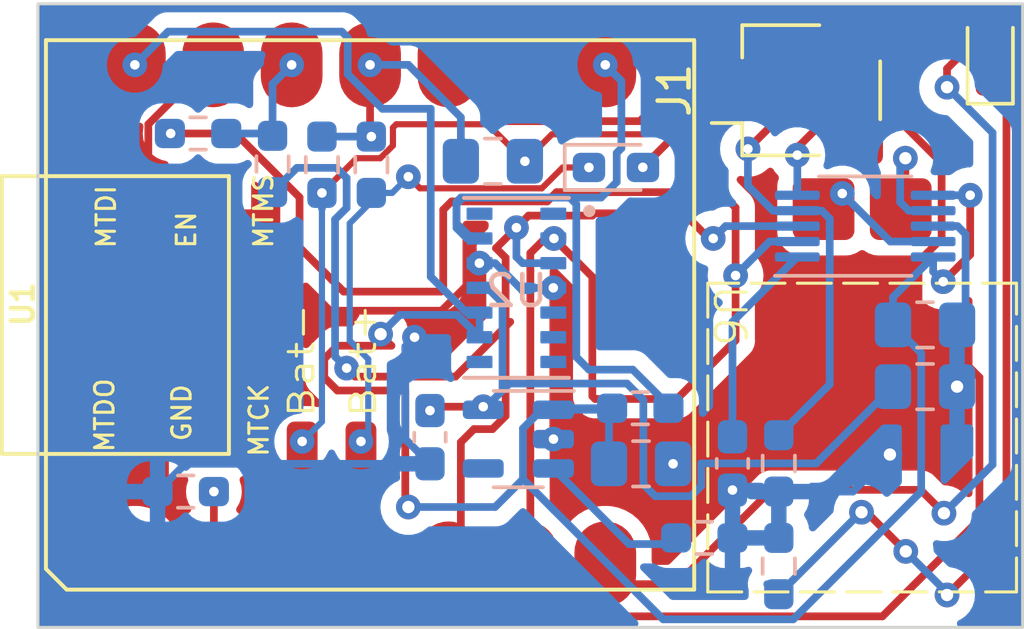
<source format=kicad_pcb>
(kicad_pcb (version 20221018) (generator pcbnew)
  (layers (0 "F.Cu" signal) (31 "B.Cu" signal) (34 "B.Paste" user) (35 "F.Paste" user) (36 "B.SilkS" user "B.Silkscreen") (37 "F.SilkS" user "F.Silkscreen") (38 "B.Mask" user) (39 "F.Mask" user) (44 "Edge.Cuts" user))
  (net 0 "")
  (net 1 "SCL")
  (net 2 "SDA")
  (net 4 "Bat_Ind")
  (net 6 "Bat-")
  (net 8 "HapticEN")
  (net 9 "+3V3")
  (net 10 "GND")
  (net 11 "VCC")
  (net 12 "Bat+")
  (net 13 "Net-(D2-A)")
  (net 14 "+1V8")
  (net 15 "Net-(U3-EN)")
  (net 16 "Net-(U5-REG)")
  (net 17 "Net-(U5-OUT+)")
  (net 18 "Net-(U5-OUT-)")
  (net 19 "Net-(D1-K)")
  (net 20 "INT MAX")
  (net 21 "FUN_LIGHT")
  (net 22 "DRV_IN{slash}TRIG")
  (footprint "xiao ESP32C3_PCB:xiap esp32c3_PCB_ ADDED BATTERY PADS" (layer "F.Cu") (at 102.5593 69.576 90)
    (fp_text reference "U1" (at 9.25 -21.75 90) (layer "F.SilkS") (effects (font (size 0.7 0.7))))
    (fp_text value "MOUDLE-SEEEDUINO-XIAO-ESP32C3" hide)
    (fp_text user "GND" (at 4.75 -16.25 90 unlocked) (layer "F.SilkS") (effects (font (size 0.6 0.6) (thickness 0.1)) (justify left bottom)))
    (fp_text user "MTDI" (at 11 -18.7 90 unlocked) (layer "F.SilkS") (effects (font (size 0.6 0.6) (thickness 0.1)) (justify left bottom)))
    (fp_text user "MTMS" (at 11 -13.6 90 unlocked) (layer "F.SilkS") (effects (font (size 0.6 0.6) (thickness 0.1)) (justify left bottom)))
    (fp_text user "MTCK" (at 4.25 -13.75 90 unlocked) (layer "F.SilkS") (effects (font (size 0.6 0.6) (thickness 0.1)) (justify left bottom)))
    (fp_text user "Bat-" (at 5.5 -12.25 90 unlocked) (layer "F.SilkS") (effects (font (size 0.8 1) (thickness 0.1)) (justify left bottom)))
    (fp_text user "MTDO" (at 4.396 -18.7485 90 unlocked) (layer "F.SilkS") (effects (font (size 0.6 0.6) (thickness 0.1)) (justify left bottom)))
    (fp_text user "Bat+" (at 5.5 -10.25 90 unlocked) (layer "F.SilkS") (effects (font (size 0.8 1) (thickness 0.1)) (justify left bottom)))
    (fp_text user "EN" (at 11 -16.1 90 unlocked) (layer "F.SilkS") (effects (font (size 0.6 0.6) (thickness 0.1)) (justify left bottom)))
    (pad "1" smd roundrect (at 0.835 -18.12 90) (size 2.75 2) (layers "F.Cu" "F.Paste" "F.Mask") (roundrect_rratio 0.5))
    (pad "2" smd roundrect (at 0.835 -15.58 90) (size 2.75 2) (layers "F.Cu" "F.Paste" "F.Mask") (roundrect_rratio 0.5) (net 8 "HapticEN"))
    (pad "3" smd roundrect (at 0.835 -13.04 90) (size 2.75 2) (layers "F.Cu" "F.Paste" "F.Mask") (roundrect_rratio 0.5))
    (pad "4" smd roundrect (at 0.835 -10.5 90) (size 2.75 2) (layers "F.Cu" "F.Paste" "F.Mask") (roundrect_rratio 0.5))
    (pad "5" smd roundrect (at 0.835 -7.96 90) (size 2.75 2) (layers "F.Cu" "F.Paste" "F.Mask") (roundrect_rratio 0.5) (net 2 "SDA"))
    (pad "6" smd roundrect (at 0.835 -5.42 90) (size 2.75 2) (layers "F.Cu" "F.Paste" "F.Mask") (roundrect_rratio 0.5) (net 1 "SCL"))
    (pad "7" smd roundrect (at 0.835 -2.88 90) (size 2.75 2) (layers "F.Cu" "F.Paste" "F.Mask") (roundrect_rratio 0.5) (net 21 "FUN_LIGHT"))
    (pad "8" smd roundrect (at 17 -2.88 90) (size 2.75 2) (layers "F.Cu" "F.Paste" "F.Mask") (roundrect_rratio 0.5) (net 20 "INT MAX"))
    (pad "9" smd roundrect (at 17 -5.42 90) (size 2.75 2) (layers "F.Cu" "F.Paste" "F.Mask") (roundrect_rratio 0.5))
    (pad "10" smd roundrect (at 17 -7.96 90) (size 2.75 2) (layers "F.Cu" "F.Paste" "F.Mask") (roundrect_rratio 0.5) (net 22 "DRV_IN{slash}TRIG"))
    (pad "11" smd roundrect (at 17 -10.5 90) (size 2.75 2) (layers "F.Cu" "F.Paste" "F.Mask") (roundrect_rratio 0.5) (net 4 "Bat_Ind"))
    (pad "12" smd roundrect (at 17 -13.04 90) (size 2.75 2) (layers "F.Cu" "F.Paste" "F.Mask") (roundrect_rratio 0.5) (net 9 "+3V3"))
    (pad "13" smd roundrect (at 17 -15.58 90) (size 2.75 2) (layers "F.Cu" "F.Paste" "F.Mask") (roundrect_rratio 0.5) (net 10 "GND"))
    (pad "14" smd roundrect (at 17 -18.12 90) (size 2.75 2) (layers "F.Cu" "F.Paste" "F.Mask") (roundrect_rratio 0.5) (net 11 "VCC"))
    (pad "16" smd roundrect (at 4.445 -10.795 90) (size 2 1) (layers "F.Cu" "F.Paste" "F.Mask") (net 12 "Bat+"))
    (pad "17" smd roundrect (at 4.445 -12.7 90) (size 2 1) (layers "F.Cu" "F.Paste" "F.Mask") (net 6 "Bat-"))
    (pad "18" smd circle (at 7.65 -13.97 90) (size 1.6 1.6) (layers "F.Cu" "F.Paste" "F.Mask"))
    (pad "19" smd circle (at 10.16 -13.97 90) (size 1.6 1.6) (layers "F.Cu" "F.Paste" "F.Mask"))
    (pad "20" smd circle (at 7.65 -16.51 90) (size 1.6 1.6) (layers "F.Cu" "F.Paste" "F.Mask"))
    (pad "21" smd circle (at 10.16 -16.51 90) (size 1.6 1.6) (layers "F.Cu" "F.Paste" "F.Mask"))
    (pad "22" smd circle (at 7.65 -19.05 90) (size 1.6 1.6) (layers "F.Cu" "F.Paste" "F.Mask"))
    (pad "23" smd circle (at 10.16 -19.05 90) (size 1.6 1.6) (layers "F.Cu" "F.Paste" "F.Mask"))
    (zone (net 0) (net_name "") (layer "F.Cu") (connect_pads (clearance 0)) (min_thickness 0.01)
      (keepout (tracks not_allowed) (vias not_allowed) (pads not_allowed) (copperpour not_allowed) (footprints allowed))
      (fill (thermal_gap 0.508) (thermal_bridge_width 0.508))
      (polygon (pts (xy 81.4773 57.257) (xy 81.4773 55.479) (xy 84.1443 55.479) (xy 84.1443 57.257)))
    )
    (zone (net 0) (net_name "") (layer "F.Cu") (connect_pads (clearance 0)) (min_thickness 0.01)
      (keepout (tracks not_allowed) (vias not_allowed) (pads not_allowed) (copperpour not_allowed) (footprints allowed))
      (fill (thermal_gap 0.508) (thermal_bridge_width 0.508))
      (polygon (pts (xy 81.4773 65.893) (xy 81.4773 64.115) (xy 84.1443 64.115) (xy 84.1443 65.893)))
    )
    (zone (net 0) (net_name "") (layer "F.Cu") (connect_pads (clearance 0)) (min_thickness 0.01)
      (keepout (tracks not_allowed) (vias not_allowed) (pads not_allowed) (copperpour not_allowed) (footprints allowed))
      (fill (thermal_gap 0.508) (thermal_bridge_width 0.508))
      (polygon (pts (xy 85.5413 57.257) (xy 85.5413 55.479) (xy 88.2083 55.479) (xy 88.2083 57.257)))
    )
    (zone (net 0) (net_name "") (layer "F.Cu") (connect_pads (clearance 0)) (min_thickness 0.01)
      (keepout (tracks not_allowed) (vias not_allowed) (pads not_allowed) (copperpour not_allowed) (footprints allowed))
      (fill (thermal_gap 0.508) (thermal_bridge_width 0.508))
      (polygon (pts (xy 85.5413 65.893) (xy 85.5413 64.115) (xy 88.2083 64.115) (xy 88.2083 65.893)))
    )
    (zone (net 0) (net_name "") (layer "F.Cu") (connect_pads (clearance 0)) (min_thickness 0.01)
      (keepout (tracks not_allowed) (vias not_allowed) (pads not_allowed) (copperpour not_allowed) (footprints allowed))
      (fill (thermal_gap 0.508) (thermal_bridge_width 0.508))
      (polygon (pts (xy 91.2563 59.797) (xy 91.2563 56.749) (xy 94.3043 56.749) (xy 94.3043 59.797)))
    )
    (zone (net 0) (net_name "") (layer "F.Cu") (connect_pads (clearance 0)) (min_thickness 0.01)
      (keepout (tracks not_allowed) (vias not_allowed) (pads not_allowed) (copperpour not_allowed) (footprints allowed))
      (fill (thermal_gap 0.508) (thermal_bridge_width 0.508))
      (polygon (pts (xy 99.3843 63.226) (xy 99.3843 57.511) (xy 101.9243 57.511) (xy 101.9243 63.226)))
    )
  )
  (footprint "Connector_JST:JST_SH_SM02B-SRSS-TB_1x02-1MP_P1.00mm_Horizontal" (layer "F.Cu") (at 105.9 53.4 90)
    (fp_text reference "J1" (at 0 -3.98 90) (layer "F.SilkS"))
    (fp_text value "Bat_Connector" hide)
    (pad "1" smd roundrect (at -0.5 -2 90) (size 0.6 1.55) (layers "F.Cu" "F.Paste" "F.Mask") (net 13 "Net-(D2-A)"))
    (pad "2" smd roundrect (at 0.5 -2 90) (size 0.6 1.55) (layers "F.Cu" "F.Paste" "F.Mask") (net 6 "Bat-"))
    (pad "MP" smd roundrect (at -1.8 1.875 90) (size 1.2 1.8) (layers "F.Cu" "F.Paste" "F.Mask") (roundrect_rratio 0.208333))
    (pad "MP" smd roundrect (at 1.8 1.875 90) (size 1.2 1.8) (layers "F.Cu" "F.Paste" "F.Mask") (roundrect_rratio 0.208333))
  )
  (footprint "LED_SMD:LED_0603_1608Metric_Pad1.05x0.95mm_HandSolder" (layer "F.Cu") (at 112.15 52.175 90)
    (fp_text reference "D1" hide)
    (fp_text value "RED" hide)
    (pad "1" smd roundrect (at -0.875 0 90) (size 1.05 0.95) (layers "F.Cu" "F.Paste" "F.Mask") (net 19 "Net-(D1-K)"))
    (pad "2" smd roundrect (at 0.875 0 90) (size 1.05 0.95) (layers "F.Cu" "F.Paste" "F.Mask") (net 21 "FUN_LIGHT"))
  )
  (footprint "BonsaiFootPrintLib:VLV101040A" (layer "F.Cu") (at 103 59.65 -90)
    (fp_text reference "U6" (at 1.05 -0.7 -90 unlocked) (layer "F.SilkS") (effects (font (thickness 0.1))))
    (fp_text value "~" hide)
    (pad "1" smd roundrect (at -2.4 -6.25 270) (size 2 2) (layers "F.Cu" "F.Paste" "F.Mask") (roundrect_rratio 0.15) (net 17 "Net-(U5-OUT+)"))
    (pad "2" smd roundrect (at -2.4 -3.75 270) (size 2 2) (layers "F.Cu" "F.Paste" "F.Mask") (roundrect_rratio 0.15) (net 18 "Net-(U5-OUT-)"))
  )
  (footprint "Capacitor_SMD:C_0603_1608Metric_Pad1.08x0.95mm_HandSolder" (layer "B.Cu") (at 94 64.6375 -90)
    (fp_text reference "C1" hide)
    (fp_text value "0.1uF" hide)
    (pad "1" smd roundrect (at -0.8625 0 270) (size 1.075 0.95) (layers "B.Cu" "B.Paste" "B.Mask") (net 14 "+1V8"))
    (pad "2" smd roundrect (at 0.8625 0 270) (size 1.075 0.95) (layers "B.Cu" "B.Paste" "B.Mask") (net 10 "GND"))
  )
  (footprint "Capacitor_SMD:C_0805_2012Metric_Pad1.18x1.45mm_HandSolder" (layer "B.Cu") (at 100.8375 65.5)
    (fp_text reference "C2" hide)
    (fp_text value "1uF" hide)
    (pad "1" smd roundrect (at -1.0375 0) (size 1.175 1.45) (layers "B.Cu" "B.Paste" "B.Mask") (roundrect_rratio 0.212766) (net 11 "VCC"))
    (pad "2" smd roundrect (at 1.0375 0) (size 1.175 1.45) (layers "B.Cu" "B.Paste" "B.Mask") (roundrect_rratio 0.212766) (net 10 "GND"))
  )
  (footprint "Package_SO:VSSOP-10_3x3mm_P0.5mm" (layer "B.Cu") (at 108.1 57.8)
    (fp_text reference "U5" hide)
    (fp_text value "DRV2605LDGS" hide)
    (pad "1" smd roundrect (at -2.2 1) (size 1.45 0.3) (layers "B.Cu" "B.Paste" "B.Mask") (net 16 "Net-(U5-REG)"))
    (pad "2" smd roundrect (at -2.2 0.5) (size 1.45 0.3) (layers "B.Cu" "B.Paste" "B.Mask") (net 1 "SCL"))
    (pad "3" smd roundrect (at -2.2 0) (size 1.45 0.3) (layers "B.Cu" "B.Paste" "B.Mask") (net 2 "SDA"))
    (pad "4" smd roundrect (at -2.2 -0.5) (size 1.45 0.3) (layers "B.Cu" "B.Paste" "B.Mask") (net 22 "DRV_IN{slash}TRIG"))
    (pad "5" smd roundrect (at -2.2 -1) (size 1.45 0.3) (layers "B.Cu" "B.Paste" "B.Mask") (net 8 "HapticEN"))
    (pad "6" smd roundrect (at 2.2 -1) (size 1.45 0.3) (layers "B.Cu" "B.Paste" "B.Mask") (net 11 "VCC"))
    (pad "7" smd roundrect (at 2.2 -0.5) (size 1.45 0.3) (layers "B.Cu" "B.Paste" "B.Mask") (net 17 "Net-(U5-OUT+)"))
    (pad "8" smd roundrect (at 2.2 0) (size 1.45 0.3) (layers "B.Cu" "B.Paste" "B.Mask") (net 10 "GND"))
    (pad "9" smd roundrect (at 2.2 0.5) (size 1.45 0.3) (layers "B.Cu" "B.Paste" "B.Mask") (net 18 "Net-(U5-OUT-)"))
    (pad "10" smd roundrect (at 2.2 1) (size 1.45 0.3) (layers "B.Cu" "B.Paste" "B.Mask") (net 11 "VCC"))
  )
  (footprint "Diode_SMD:D_0603_1608Metric_Pad1.05x0.95mm_HandSolder" (layer "B.Cu") (at 100.025 55.9)
    (fp_text reference "D2" hide)
    (fp_text value "D_Small_Filled" hide)
    (pad "1" smd roundrect (at -0.875 0) (size 1.05 0.95) (layers "B.Cu" "B.Paste" "B.Mask") (net 12 "Bat+"))
    (pad "2" smd roundrect (at 0.875 0) (size 1.05 0.95) (layers "B.Cu" "B.Paste" "B.Mask") (net 13 "Net-(D2-A)"))
  )
  (footprint "Resistor_SMD:R_0603_1608Metric_Pad0.98x0.95mm_HandSolder" (layer "B.Cu") (at 100.8125 63.7 180)
    (fp_text reference "R4" hide)
    (fp_text value "4.7k" hide)
    (pad "1" smd roundrect (at -0.9125 0 180) (size 0.975 0.95) (layers "B.Cu" "B.Paste" "B.Mask") (net 20 "INT MAX"))
    (pad "2" smd roundrect (at 0.9125 0 180) (size 0.975 0.95) (layers "B.Cu" "B.Paste" "B.Mask") (net 11 "VCC"))
  )
  (footprint "Resistor_SMD:R_0603_1608Metric_Pad0.98x0.95mm_HandSolder" (layer "B.Cu") (at 90.5 55.8125 90)
    (fp_text reference "R9" hide)
    (fp_text value "10M" hide)
    (pad "1" smd roundrect (at -0.9125 0 90) (size 0.975 0.95) (layers "B.Cu" "B.Paste" "B.Mask") (net 6 "Bat-"))
    (pad "2" smd roundrect (at 0.9125 0 90) (size 0.975 0.95) (layers "B.Cu" "B.Paste" "B.Mask") (net 4 "Bat_Ind"))
  )
  (footprint "Resistor_SMD:R_0603_1608Metric_Pad0.98x0.95mm_HandSolder" (layer "B.Cu") (at 86.0875 66.4 180)
    (fp_text reference "R8" hide)
    (fp_text value "4.7k" hide)
    (pad "1" smd roundrect (at -0.9125 0 180) (size 0.975 0.95) (layers "B.Cu" "B.Paste" "B.Mask") (net 8 "HapticEN"))
    (pad "2" smd roundrect (at 0.9125 0 180) (size 0.975 0.95) (layers "B.Cu" "B.Paste" "B.Mask") (net 10 "GND"))
  )
  (footprint "Resistor_SMD:R_0603_1608Metric_Pad0.98x0.95mm_HandSolder" (layer "B.Cu") (at 105.3 65.4875 -90)
    (fp_text reference "R5" hide)
    (fp_text value "4.7k" hide)
    (pad "1" smd roundrect (at -0.9125 0 270) (size 0.975 0.95) (layers "B.Cu" "B.Paste" "B.Mask") (net 22 "DRV_IN{slash}TRIG"))
    (pad "2" smd roundrect (at 0.9125 0 270) (size 0.975 0.95) (layers "B.Cu" "B.Paste" "B.Mask") (net 10 "GND"))
  )
  (footprint "Capacitor_SMD:C_0805_2012Metric_Pad1.18x1.45mm_HandSolder" (layer "B.Cu") (at 110.0375 61)
    (fp_text reference "C5" hide)
    (fp_text value "50uF" hide)
    (pad "1" smd roundrect (at -1.0375 0) (size 1.175 1.45) (layers "B.Cu" "B.Paste" "B.Mask") (roundrect_rratio 0.2127659574) (net 11 "VCC"))
    (pad "2" smd roundrect (at 1.0375 0) (size 1.175 1.45) (layers "B.Cu" "B.Paste" "B.Mask") (roundrect_rratio 0.2127659574) (net 10 "GND"))
  )
  (footprint "Resistor_SMD:R_0603_1608Metric_Pad0.98x0.95mm_HandSolder" (layer "B.Cu") (at 88.9 55.7875 90)
    (fp_text reference "R2" hide)
    (fp_text value "2.2k" hide)
    (pad "1" smd roundrect (at -0.9125 0 90) (size 0.975 0.95) (layers "B.Cu" "B.Paste" "B.Mask") (net 2 "SDA"))
    (pad "2" smd roundrect (at 0.9125 0 90) (size 0.975 0.95) (layers "B.Cu" "B.Paste" "B.Mask") (net 9 "+3V3"))
  )
  (footprint "Resistor_SMD:R_0603_1608Metric_Pad0.98x0.95mm_HandSolder" (layer "B.Cu") (at 86.4875 54.8)
    (fp_text reference "R3" hide)
    (fp_text value "2.2k" hide)
    (pad "1" smd roundrect (at -0.9125 0) (size 0.975 0.95) (layers "B.Cu" "B.Paste" "B.Mask") (net 1 "SCL"))
    (pad "2" smd roundrect (at 0.9125 0) (size 0.975 0.95) (layers "B.Cu" "B.Paste" "B.Mask") (net 9 "+3V3"))
  )
  (footprint "Capacitor_SMD:C_0603_1608Metric_Pad1.08x0.95mm_HandSolder" (layer "B.Cu") (at 103.8 65.4875 -90)
    (fp_text reference "C3" hide)
    (fp_text value "1.0uF" hide)
    (pad "1" smd roundrect (at -0.8625 0 270) (size 1.075 0.95) (layers "B.Cu" "B.Paste" "B.Mask") (net 16 "Net-(U5-REG)"))
    (pad "2" smd roundrect (at 0.8625 0 270) (size 1.075 0.95) (layers "B.Cu" "B.Paste" "B.Mask") (net 10 "GND"))
  )
  (footprint "Capacitor_SMD:C_0805_2012Metric_Pad1.18x1.45mm_HandSolder" (layer "B.Cu") (at 96.0375 55.7)
    (fp_text reference "C6" hide)
    (fp_text value "8nF")
    (pad "1" smd roundrect (at -1.0375 0) (size 1.175 1.45) (layers "B.Cu" "B.Paste" "B.Mask") (roundrect_rratio 0.212766) (net 4 "Bat_Ind"))
    (pad "2" smd roundrect (at 1.0375 0) (size 1.175 1.45) (layers "B.Cu" "B.Paste" "B.Mask") (roundrect_rratio 0.212766) (net 6 "Bat-"))
  )
  (footprint "Resistor_SMD:R_0603_1608Metric_Pad0.98x0.95mm_HandSolder" (layer "B.Cu") (at 105.3 68.8125 90)
    (fp_text reference "R7" hide)
    (fp_text value "4.7k" hide)
    (pad "1" smd roundrect (at -0.9125 0 90) (size 0.975 0.95) (layers "B.Cu" "B.Paste" "B.Mask") (net 19 "Net-(D1-K)"))
    (pad "2" smd roundrect (at 0.9125 0 90) (size 0.975 0.95) (layers "B.Cu" "B.Paste" "B.Mask") (net 10 "GND"))
  )
  (footprint "Package_TO_SOT_SMD:SOT-23-5" (layer "B.Cu") (at 96.8625 64.7 180)
    (fp_text reference "U3" hide)
    (fp_text value "1.8V" hide)
    (pad "1" smd roundrect (at -1.1375 0.95 180) (size 1.325 0.6) (layers "B.Cu" "B.Paste" "B.Mask") (net 11 "VCC"))
    (pad "2" smd roundrect (at -1.1375 0 180) (size 1.325 0.6) (layers "B.Cu" "B.Paste" "B.Mask") (net 10 "GND"))
    (pad "3" smd roundrect (at -1.1375 -0.95 180) (size 1.325 0.6) (layers "B.Cu" "B.Paste" "B.Mask") (net 15 "Net-(U3-EN)"))
    (pad "4" smd roundrect (at 1.1375 -0.95 180) (size 1.325 0.6) (layers "B.Cu" "B.Paste" "B.Mask"))
    (pad "5" smd roundrect (at 1.1375 0.95 180) (size 1.325 0.6) (layers "B.Cu" "B.Paste" "B.Mask") (net 14 "+1V8"))
  )
  (footprint "MAX30101EFD:PSON80P560X330X165-14N" (layer "B.Cu") (at 96.8 59.8 180)
    (fp_text reference "U2" (at 0 -0.1) (layer "B.SilkS") (effects (justify mirror)))
    (fp_text value "MAX30101EFD" hide)
    (pad "1" smd roundrect (at -1.195 2.4 180) (size 0.84 0.4) (layers "B.Cu" "B.Paste" "B.Mask") (roundrect_rratio 0.1))
    (pad "2" smd roundrect (at -1.195 1.6 180) (size 0.84 0.4) (layers "B.Cu" "B.Paste" "B.Mask") (roundrect_rratio 0.1) (net 1 "SCL"))
    (pad "3" smd roundrect (at -1.195 0.8 180) (size 0.84 0.4) (layers "B.Cu" "B.Paste" "B.Mask") (roundrect_rratio 0.1) (net 2 "SDA"))
    (pad "4" smd roundrect (at -1.195 0 180) (size 0.84 0.4) (layers "B.Cu" "B.Paste" "B.Mask") (roundrect_rratio 0.1) (net 10 "GND"))
    (pad "5" smd roundrect (at -1.195 -0.8 180) (size 0.84 0.4) (layers "B.Cu" "B.Paste" "B.Mask") (roundrect_rratio 0.1))
    (pad "6" smd roundrect (at -1.195 -1.6 180) (size 0.84 0.4) (layers "B.Cu" "B.Paste" "B.Mask") (roundrect_rratio 0.1))
    (pad "7" smd roundrect (at -1.195 -2.4 180) (size 0.84 0.4) (layers "B.Cu" "B.Paste" "B.Mask") (roundrect_rratio 0.1))
    (pad "8" smd roundrect (at 1.195 -2.4) (size 0.84 0.4) (layers "B.Cu" "B.Paste" "B.Mask") (roundrect_rratio 0.1))
    (pad "9" smd roundrect (at 1.195 -1.6) (size 0.84 0.4) (layers "B.Cu" "B.Paste" "B.Mask") (roundrect_rratio 0.1) (net 11 "VCC"))
    (pad "10" smd roundrect (at 1.195 -0.8) (size 0.84 0.4) (layers "B.Cu" "B.Paste" "B.Mask") (roundrect_rratio 0.1) (net 11 "VCC"))
    (pad "11" smd roundrect (at 1.195 0) (size 0.84 0.4) (layers "B.Cu" "B.Paste" "B.Mask") (roundrect_rratio 0.1) (net 14 "+1V8"))
    (pad "12" smd roundrect (at 1.195 0.8) (size 0.84 0.4) (layers "B.Cu" "B.Paste" "B.Mask") (roundrect_rratio 0.1) (net 10 "GND"))
    (pad "13" smd roundrect (at 1.195 1.6) (size 0.84 0.4) (layers "B.Cu" "B.Paste" "B.Mask") (roundrect_rratio 0.1) (net 20 "INT MAX"))
    (pad "14" smd roundrect (at 1.195 2.4) (size 0.84 0.4) (layers "B.Cu" "B.Paste" "B.Mask") (roundrect_rratio 0.1))
  )
  (footprint "Resistor_SMD:R_0603_1608Metric_Pad0.98x0.95mm_HandSolder" (layer "B.Cu") (at 102.8875 67.9)
    (fp_text reference "R1" hide)
    (fp_text value "4.7k" hide)
    (pad "1" smd roundrect (at -0.9125 0) (size 0.975 0.95) (layers "B.Cu" "B.Paste" "B.Mask") (net 15 "Net-(U3-EN)"))
    (pad "2" smd roundrect (at 0.9125 0) (size 0.975 0.95) (layers "B.Cu" "B.Paste" "B.Mask") (net 10 "GND"))
  )
  (footprint "Resistor_SMD:R_0603_1608Metric_Pad0.98x0.95mm_HandSolder" (layer "B.Cu") (at 92.1 55.8125 -90)
    (fp_text reference "R6" hide)
    (fp_text value "4M" hide)
    (pad "1" smd roundrect (at -0.9125 0 270) (size 0.975 0.95) (layers "B.Cu" "B.Paste" "B.Mask") (net 4 "Bat_Ind"))
    (pad "2" smd roundrect (at 0.9125 0 270) (size 0.975 0.95) (layers "B.Cu" "B.Paste" "B.Mask") (net 12 "Bat+"))
  )
  (footprint "Capacitor_SMD:C_0805_2012Metric_Pad1.18x1.45mm_HandSolder" (layer "B.Cu") (at 110.0375 63)
    (fp_text reference "C4" hide)
    (fp_text value "1uF")
    (pad "1" smd roundrect (at -1.0375 0) (size 1.175 1.45) (layers "B.Cu" "B.Paste" "B.Mask") (roundrect_rratio 0.212766) (net 14 "+1V8"))
    (pad "2" smd roundrect (at 1.0375 0) (size 1.175 1.45) (layers "B.Cu" "B.Paste" "B.Mask") (roundrect_rratio 0.212766) (net 10 "GND"))
  )
  (gr_rect (start 81.3 50.6) (end 113.2 70.8) (stroke (width 0.1)) (fill none) (layer "Edge.Cuts"))
  (segment (start 97.2513 68.6289) (end 97.1393 68.7409) (width 0.25) (layer "F.Cu") (net 1))
  (segment (start 97.1393 68.7409) (end 97.1392 68.741) (width 0.25) (layer "F.Cu") (net 1))
  (segment (start 103.4 56.7) (end 98.1 56.7) (width 0.25) (layer "F.Cu") (net 1))
  (segment (start 97.25 59.2392) (end 97.2513 59.2405) (width 0.25) (layer "F.Cu") (net 1))
  (segment (start 97.2513 59.2405) (end 97.2513 68.6289) (width 0.25) (layer "F.Cu") (net 1))
  (segment (start 99.35 63.4) (end 102 63.4) (width 0.25) (layer "F.Cu") (net 1))
  (segment (start 99.2592 63.3092) (end 99.35 63.4) (width 0.25) (layer "F.Cu") (net 1))
  (segment (start 98.0155 58.2005) (end 99.2592 59.4442) (width 0.25) (layer "F.Cu") (net 1))
  (segment (start 94.356 59.922) (end 91.2045 59.922) (width 0.25) (layer "F.Cu") (net 1))
  (segment (start 94.4292 57.2708) (end 94.4292 59.8488) (width 0.25) (layer "F.Cu") (net 1))
  (segment (start 98.0155 58.2005) (end 97.7258 58.2005) (width 0.25) (layer "F.Cu") (net 1))
  (segment (start 97.25 58.6763) (end 97.25 59.2392) (width 0.25) (layer "F.Cu") (net 1))
  (segment (start 97.1393 68.7409) (end 97.1393 68.741) (width 0.25) (layer "F.Cu") (net 1))
  (segment (start 94.7 57) (end 94.4292 57.2708) (width 0.25) (layer "F.Cu") (net 1))
  (segment (start 97.8 57) (end 94.7 57) (width 0.25) (layer "F.Cu") (net 1))
  (segment (start 103.9 61.5) (end 103.9 59.4) (width 0.25) (layer "F.Cu") (net 1))
  (segment (start 87.706 54.8) (end 85.6 54.8) (width 0.25) (layer "F.Cu") (net 1))
  (segment (start 103.9 59.4) (end 103.9 57.2005) (width 0.25) (layer "F.Cu") (net 1))
  (segment (start 94.4292 59.8488) (end 94.356 59.922) (width 0.25) (layer "F.Cu") (net 1))
  (segment (start 89.775 56.869) (end 87.706 54.8) (width 0.25) (layer "F.Cu") (net 1))
  (segment (start 99.2592 59.4442) (end 99.2592 63.3092) (width 0.25) (layer "F.Cu") (net 1))
  (segment (start 103.9 57.2005) (end 103.4 56.7) (width 0.25) (layer "F.Cu") (net 1))
  (segment (start 102 63.4) (end 103.9 61.5) (width 0.25) (layer "F.Cu") (net 1))
  (segment (start 98.1 56.7) (end 97.8 57) (width 0.25) (layer "F.Cu") (net 1))
  (segment (start 97.7258 58.2005) (end 97.25 58.6763) (width 0.25) (layer "F.Cu") (net 1))
  (segment (start 91.2045 59.922) (end 89.775 58.4925) (width 0.25) (layer "F.Cu") (net 1))
  (segment (start 89.775 58.4925) (end 89.775 56.869) (width 0.25) (layer "F.Cu") (net 1))
  (via (at 85.6 54.8) (size 0.8) (drill 0.31) (layers "F.Cu" "B.Cu") (net 1))
  (via (at 103.9 59.4) (size 0.8) (drill 0.31) (layers "F.Cu" "B.Cu") (net 1))
  (via (at 98.0155 58.2005) (size 0.8) (drill 0.31) (layers "F.Cu" "B.Cu") (net 1))
  (segment (start 105 58.3) (end 105.9 58.3) (width 0.25) (layer "B.Cu") (net 1))
  (segment (start 103.9 59.4) (end 105 58.3) (width 0.25) (layer "B.Cu") (net 1))
  (segment (start 85.575 54.8) (end 85.6 54.8) (width 0.25) (layer "B.Cu") (net 1))
  (segment (start 98.0155 58.2005) (end 97.9955 58.2005) (width 0.25) (layer "B.Cu") (net 1))
  (segment (start 97.9955 58.2005) (end 97.995 58.2) (width 0.25) (layer "B.Cu") (net 1))
  (segment (start 99.3325 57.386) (end 102.224 57.386) (width 0.25) (layer "F.Cu") (net 2))
  (segment (start 99.2592 57.4592) (end 99.3325 57.386) (width 0.25) (layer "F.Cu") (net 2))
  (segment (start 96.8 57.852) (end 96.1387 58.5133) (width 0.25) (layer "F.Cu") (net 2))
  (segment (start 102.224 57.386) (end 103.038 58.2) (width 0.25) (layer "F.Cu") (net 2))
  (segment (start 95 68.3402) (end 94.5993 68.7409) (width 0.25) (layer "F.Cu") (net 2))
  (segment (start 96.45 61.05) (end 96.45 63.9508) (width 0.25) (layer "F.Cu") (net 2))
  (segment (start 94.8242 62.6758) (end 96.45 61.05) (width 0.25) (layer "F.Cu") (net 2))
  (segment (start 91.3 62.4) (end 91.5758 62.6758) (width 0.25) (layer "F.Cu") (net 2))
  (segment (start 96.0253 64.3755) (end 95.4247 64.3755) (width 0.25) (layer "F.Cu") (net 2))
  (segment (start 96.45 63.9508) (end 96.0253 64.3755) (width 0.25) (layer "F.Cu") (net 2))
  (segment (start 91.5758 62.6758) (end 94.8242 62.6758) (width 0.25) (layer "F.Cu") (net 2))
  (segment (start 97.1928 57.4592) (end 99.2592 57.4592) (width 0.25) (layer "F.Cu") (net 2))
  (segment (start 94.5993 68.7409) (end 94.5993 68.741) (width 0.25) (layer "F.Cu") (net 2))
  (segment (start 96.8 57.852) (end 97.1928 57.4592) (width 0.25) (layer "F.Cu") (net 2))
  (segment (start 94.5993 68.7409) (end 94.5992 68.741) (width 0.25) (layer "F.Cu") (net 2))
  (segment (start 96.45 61.05) (end 96.6 60.9) (width 0.25) (layer "F.Cu") (net 2))
  (segment (start 95.4247 64.3755) (end 95 64.8002) (width 0.25) (layer "F.Cu") (net 2))
  (segment (start 96.45 58.8247) (end 96.45 61.05) (width 0.25) (layer "F.Cu") (net 2))
  (segment (start 95 64.8002) (end 95 68.3402) (width 0.25) (layer "F.Cu") (net 2))
  (segment (start 103.038 58.2) (end 103.176 58.2) (width 0.25) (layer "F.Cu") (net 2))
  (segment (start 96.1387 58.5133) (end 96.45 58.8247) (width 0.25) (layer "F.Cu") (net 2))
  (via (at 91.3 62.4) (size 0.8) (drill 0.31) (layers "F.Cu" "B.Cu") (net 2))
  (via (at 103.176 58.2) (size 0.8) (drill 0.31) (layers "F.Cu" "B.Cu") (net 2))
  (via (at 96.8 57.852) (size 0.8) (drill 0.31) (layers "F.Cu" "B.Cu") (net 2))
  (segment (start 91.3 57.208) (end 91.3 56.242) (width 0.25) (layer "B.Cu") (net 2))
  (segment (start 97 59) (end 97.995 59) (width 0.25) (layer "B.Cu") (net 2))
  (segment (start 91.3 62.4) (end 90.925 62.025) (width 0.25) (layer "B.Cu") (net 2))
  (segment (start 90.925 62.025) (end 90.925 57.583) (width 0.25) (layer "B.Cu") (net 2))
  (segment (start 97.995 59) (end 98.1255 59) (width 0.25) (layer "B.Cu") (net 2))
  (segment (start 96.8 58.8) (end 97 59) (width 0.25) (layer "B.Cu") (net 2))
  (segment (start 96.8 57.852) (end 96.8 58.8) (width 0.25) (layer "B.Cu") (net 2))
  (segment (start 90.925 57.583) (end 91.3 57.208) (width 0.25) (layer "B.Cu") (net 2))
  (segment (start 90.9705 55.9125) (end 89.6875 55.9125) (width 0.25) (layer "B.Cu") (net 2))
  (segment (start 91.3 56.242) (end 90.9705 55.9125) (width 0.25) (layer "B.Cu") (net 2))
  (segment (start 98.1255 59) (end 98.2 58.9255) (width 0.25) (layer "B.Cu") (net 2))
  (segment (start 103.176 58.2) (end 103.576 57.8) (width 0.25) (layer "B.Cu") (net 2))
  (segment (start 103.576 57.8) (end 105.9 57.8) (width 0.25) (layer "B.Cu") (net 2))
  (segment (start 89.6875 55.9125) (end 88.9 56.7) (width 0.25) (layer "B.Cu") (net 2))
  (segment (start 92.0592 52.576) (end 92.0593 52.576) (width 0.25) (layer "F.Cu") (net 4))
  (segment (start 92.1 54.9) (end 92.0592 54.8592) (width 0.25) (layer "F.Cu") (net 4))
  (segment (start 92.0592 54.8592) (end 92.0592 52.576) (width 0.25) (layer "F.Cu") (net 4))
  (via (at 92.0592 52.576) (size 0.8) (drill 0.31) (layers "F.Cu" "B.Cu") (net 4))
  (via (at 92.1 54.9) (size 0.8) (drill 0.31) (layers "F.Cu" "B.Cu") (net 4))
  (segment (start 95 55.4) (end 95 55.7) (width 0.25) (layer "B.Cu") (net 4))
  (segment (start 93.301 52.576) (end 92.0592 52.576) (width 0.25) (layer "B.Cu") (net 4))
  (segment (start 95.2 55.2) (end 95 55) (width 0.25) (layer "B.Cu") (net 4))
  (segment (start 95 55) (end 95 54.275) (width 0.25) (layer "B.Cu") (net 4))
  (segment (start 95 54.275) (end 93.301 52.576) (width 0.25) (layer "B.Cu") (net 4))
  (segment (start 92.1 54.9) (end 90.5 54.9) (width 0.25) (layer "B.Cu") (net 4))
  (segment (start 95.225 55.2) (end 95.2 55.2) (width 0.2) (layer "B.Cu") (net 4))
  (segment (start 95.2 55.2) (end 95 55.4) (width 0.25) (layer "B.Cu") (net 4))
  (segment (start 97.075 55.7) (end 95.875 54.5) (width 0.2) (layer "F.Cu") (net 6))
  (segment (start 89.8592 64.9532) (end 89.8592 65.131) (width 0.2) (layer "F.Cu") (net 6))
  (segment (start 95.875 54.5) (end 92.9101 54.5) (width 0.2) (layer "F.Cu") (net 6))
  (segment (start 89.8592 64.9532) (end 89.8593 64.9533) (width 0.25) (layer "F.Cu") (net 6))
  (segment (start 102.9 52.9) (end 103.9 52.9) (width 0.2) (layer "F.Cu") (net 6))
  (segment (start 97.95 54.825) (end 100.975 54.825) (width 0.2) (layer "F.Cu") (net 6))
  (segment (start 92.3899 55.6) (end 91.625 55.6) (width 0.2) (layer "F.Cu") (net 6))
  (segment (start 97.075 55.7) (end 97.95 54.825) (width 0.2) (layer "F.Cu") (net 6))
  (segment (start 92.8 54.6101) (end 92.8 55.1899) (width 0.2) (layer "F.Cu") (net 6))
  (segment (start 92.9101 54.5) (end 92.8 54.6101) (width 0.2) (layer "F.Cu") (net 6))
  (segment (start 92.8 55.1899) (end 92.3899 55.6) (width 0.2) (layer "F.Cu") (net 6))
  (segment (start 91.625 55.6) (end 90.5 56.725) (width 0.2) (layer "F.Cu") (net 6))
  (segment (start 100.975 54.825) (end 102.9 52.9) (width 0.2) (layer "F.Cu") (net 6))
  (segment (start 89.8592 64.7755) (end 89.8592 64.9532) (width 0.2) (layer "F.Cu") (net 6))
  (segment (start 89.8593 64.9533) (end 89.8593 65.131) (width 0.25) (layer "F.Cu") (net 6))
  (via (at 89.8592 64.7755) (size 0.8) (drill 0.31) (layers "F.Cu" "B.Cu") (net 6))
  (via (at 97.075 55.7) (size 0.8) (drill 0.31) (layers "F.Cu" "B.Cu") (net 6))
  (via (at 90.5 56.725) (size 0.8) (drill 0.31) (layers "F.Cu" "B.Cu") (net 6))
  (segment (start 89.8592 64.7755) (end 90.5 64.1348) (width 0.2) (layer "B.Cu") (net 6))
  (segment (start 90.5 56.725) (end 90.5 57.225) (width 0.25) (layer "B.Cu") (net 6))
  (segment (start 90.5 64.1348) (end 90.5 57.225) (width 0.2) (layer "B.Cu") (net 6))
  (segment (start 86.9793 68.7409) (end 86.9793 68.741) (width 0.25) (layer "F.Cu") (net 8))
  (segment (start 106.886826 54.275) (end 105.9 55.261826) (width 0.25) (layer "F.Cu") (net 8))
  (segment (start 105.9 55.261826) (end 105.9 55.5) (width 0.25) (layer "F.Cu") (net 8))
  (segment (start 109.825 58.95166) (end 110.575 58.20166) (width 0.25) (layer "F.Cu") (net 8))
  (segment (start 111.8 62.699695) (end 109.825 60.724695) (width 0.25) (layer "F.Cu") (net 8))
  (segment (start 88.6793 70.441) (end 108.659 70.441) (width 0.25) (layer "F.Cu") (net 8))
  (segment (start 87 68.7202) (end 86.9793 68.7409) (width 0.25) (layer "F.Cu") (net 8))
  (segment (start 110.575 55.749695) (end 109.100305 54.275) (width 0.25) (layer "F.Cu") (net 8))
  (segment (start 86.9793 68.741) (end 88.6793 70.441) (width 0.25) (layer "F.Cu") (net 8))
  (segment (start 109.825 60.724695) (end 109.825 58.95166) (width 0.25) (layer "F.Cu") (net 8))
  (segment (start 109.100305 54.275) (end 106.886826 54.275) (width 0.25) (layer "F.Cu") (net 8))
  (segment (start 110.575 58.20166) (end 110.575 55.749695) (width 0.25) (layer "F.Cu") (net 8))
  (segment (start 111.8 67.3) (end 111.8 62.699695) (width 0.25) (layer "F.Cu") (net 8))
  (segment (start 87 66.4) (end 87 68.7202) (width 0.25) (layer "F.Cu") (net 8))
  (segment (start 108.659 70.441) (end 111.8 67.3) (width 0.25) (layer "F.Cu") (net 8))
  (segment (start 86.9793 68.7409) (end 86.9792 68.741) (width 0.25) (layer "F.Cu") (net 8))
  (via (at 87 66.4) (size 0.8) (drill 0.31) (layers "F.Cu" "B.Cu") (net 8))
  (via (at 105.9 55.5) (size 0.8) (drill 0.31) (layers "F.Cu" "B.Cu") (net 8))
  (segment (start 105.9 55.5) (end 105.9 56.8) (width 0.25) (layer "B.Cu") (net 8))
  (segment (start 89.5192 52.576) (end 89.5193 52.576) (width 0.25) (layer "F.Cu") (net 9))
  (via (at 89.5192 52.576) (size 0.8) (drill 0.31) (layers "F.Cu" "B.Cu") (net 9))
  (segment (start 88.825 54.8) (end 88.9 54.875) (width 0.25) (layer "B.Cu") (net 9))
  (segment (start 88.9 53.1952) (end 89.5192 52.576) (width 0.25) (layer "B.Cu") (net 9))
  (segment (start 87.4 54.8) (end 88.825 54.8) (width 0.25) (layer "B.Cu") (net 9))
  (segment (start 88.9 54.875) (end 88.9 53.1952) (width 0.25) (layer "B.Cu") (net 9))
  (segment (start 102.725 66.35) (end 101.875 65.5) (width 0.25) (layer "F.Cu") (net 10))
  (segment (start 87.2 57.5) (end 85.6075 57.5) (width 0.25) (layer "F.Cu") (net 10))
  (segment (start 97.995 64.695) (end 97.995 59.8) (width 0.25) (layer "F.Cu") (net 10))
  (segment (start 85.6075 57.5) (end 84.875 56.7675) (width 0.25) (layer "F.Cu") (net 10))
  (segment (start 103.8 66.35) (end 102.725 66.35) (width 0.25) (layer "F.Cu") (net 10))
  (segment (start 87.2 59.9) (end 87.2 57.5) (width 0.25) (layer "F.Cu") (net 10))
  (segment (start 98 64.7) (end 98.8 65.5) (width 0.25) (layer "F.Cu") (net 10))
  (segment (start 84.875 54.4997) (end 86.7987 52.576) (width 0.25) (layer "F.Cu") (net 10))
  (segment (start 108.9 65.175) (end 111.075 63) (width 0.25) (layer "F.Cu") (net 10))
  (segment (start 93.5144 61.4) (end 94.3734 60.541) (width 0.25) (layer "F.Cu") (net 10))
  (segment (start 98 64.7) (end 97.995 64.695) (width 0.25) (layer "F.Cu") (net 10))
  (segment (start 87.841 60.541) (end 87.2 59.9) (width 0.25) (layer "F.Cu") (net 10))
  (segment (start 98.8 65.5) (end 101.875 65.5) (width 0.25) (layer "F.Cu") (net 10))
  (segment (start 93.5 61.4) (end 93.5144 61.4) (width 0.25) (layer "F.Cu") (net 10))
  (segment (start 94.3734 60.541) (end 87.841 60.541) (width 0.25) (layer "F.Cu") (net 10))
  (segment (start 95.6 59.3144) (end 94.3734 60.541) (width 0.25) (layer "F.Cu") (net 10))
  (segment (start 86.7987 52.576) (end 86.9792 52.576) (width 0.25) (layer "F.Cu") (net 10))
  (segment (start 95.6 59) (end 95.6 59.3144) (width 0.25) (layer "F.Cu") (net 10))
  (segment (start 84.875 56.7675) (end 84.875 54.4997) (width 0.25) (layer "F.Cu") (net 10))
  (segment (start 108.9 65.2) (end 108.9 65.175) (width 0.25) (layer "F.Cu") (net 10))
  (via (at 111.075 63) (size 0.8) (drill 0.4) (layers "F.Cu" "B.Cu") (net 10))
  (via (at 101.875 65.5) (size 0.8) (drill 0.31) (layers "F.Cu" "B.Cu") (net 10))
  (via (at 108.9 65.2) (size 0.8) (drill 0.4) (layers "F.Cu" "B.Cu") (net 10))
  (via (at 93.5 61.4) (size 0.8) (drill 0.31) (layers "F.Cu" "B.Cu") (net 10))
  (via (at 103.8 66.35) (size 0.8) (drill 0.31) (layers "F.Cu" "B.Cu") (net 10))
  (via (at 95.6 59) (size 0.8) (drill 0.31) (layers "F.Cu" "B.Cu") (net 10))
  (via (at 97.995 59.8) (size 0.8) (drill 0.31) (layers "F.Cu" "B.Cu") (net 10))
  (via (at 98 64.7) (size 0.8) (drill 0.31) (layers "F.Cu" "B.Cu") (net 10))
  (segment (start 94 65.5) (end 93.2 64.7) (width 0.25) (layer "B.Cu") (net 10))
  (segment (start 105.3 67.9) (end 105.3 66.4) (width 0.25) (layer "B.Cu") (net 10))
  (segment (start 111.091 57.8) (end 111.35 58.0593) (width 0.25) (layer "B.Cu") (net 10))
  (segment (start 105.3 66.4) (end 103.85 66.4) (width 0.25) (layer "B.Cu") (net 10))
  (segment (start 103.8 66.35) (end 103.8 67.9) (width 0.25) (layer "B.Cu") (net 10))
  (segment (start 86.075 65.5) (end 85.175 66.4) (width 0.25) (layer "B.Cu") (net 10))
  (segment (start 111.35 60.725) (end 111.075 61) (width 0.25) (layer "B.Cu") (net 10))
  (segment (start 97.995 59.8) (end 96.9115 59.8) (width 0.25) (layer "B.Cu") (net 10))
  (segment (start 110.3 57.8) (end 111.091 57.8) (width 0.25) (layer "B.Cu") (net 10))
  (segment (start 103.8 67.9) (end 105.3 67.9) (width 0.25) (layer "B.Cu") (net 10))
  (segment (start 93.2 64.7) (end 93.2 61.7) (width 0.25) (layer "B.Cu") (net 10))
  (segment (start 93.2 61.7) (end 93.5 61.4) (width 0.25) (layer "B.Cu") (net 10))
  (segment (start 111.35 58.0593) (end 111.35 60.725) (width 0.25) (layer "B.Cu") (net 10))
  (segment (start 96.1115 59) (end 95.605 59) (width 0.25) (layer "B.Cu") (net 10))
  (segment (start 94 65.5) (end 86.075 65.5) (width 0.25) (layer "B.Cu") (net 10))
  (segment (start 103.85 66.4) (end 103.8 66.35) (width 0.25) (layer "B.Cu") (net 10))
  (segment (start 107.7 66.4) (end 105.3 66.4) (width 0.25) (layer "B.Cu") (net 10))
  (segment (start 95.605 59) (end 95.6 59) (width 0.25) (layer "B.Cu") (net 10))
  (segment (start 108.9 65.2) (end 107.7 66.4) (width 0.25) (layer "B.Cu") (net 10))
  (segment (start 96.9115 59.8) (end 96.1115 59) (width 0.25) (layer "B.Cu") (net 10))
  (segment (start 92.4 61.3) (end 92.4 61.3253) (width 0.25) (layer "F.Cu") (net 11))
  (segment (start 93.1997 63.1258) (end 93.1997 66.7997) (width 0.25) (layer "F.Cu") (net 11))
  (segment (start 110.626 59.6) (end 111.5 58.7255) (width 0.25) (layer "F.Cu") (net 11))
  (segment (start 111.5 58.7255) (end 111.5 56.8) (width 0.25) (layer "F.Cu") (net 11))
  (segment (start 90.575 62.0997) (end 90.575 62.7003) (width 0.25) (layer "F.Cu") (net 11))
  (segment (start 92.7497 61.675) (end 90.9997 61.675) (width 0.25) (layer "F.Cu") (net 11))
  (segment (start 93.1997 66.7997) (end 93.3 66.9) (width 0.25) (layer "F.Cu") (net 11))
  (segment (start 84.4392 52.576) (end 84.4393 52.576) (width 0.25) (layer "F.Cu") (net 11))
  (segment (start 91.0005 63.1258) (end 93.1997 63.1258) (width 0.25) (layer "F.Cu") (net 11))
  (segment (start 92.4 61.3253) (end 92.7497 61.675) (width 0.25) (layer "F.Cu") (net 11))
  (segment (start 90.9997 61.675) (end 90.575 62.0997) (width 0.25) (layer "F.Cu") (net 11))
  (segment (start 90.575 62.7003) (end 91.0005 63.1258) (width 0.25) (layer "F.Cu") (net 11))
  (via (at 93.3 66.9) (size 0.8) (drill 0.4) (layers "F.Cu" "B.Cu") (net 11))
  (via (at 92.4 61.3) (size 0.8) (drill 0.4) (layers "F.Cu" "B.Cu") (net 11))
  (via (at 110.626 59.6) (size 0.8) (drill 0.31) (layers "F.Cu" "B.Cu") (net 11))
  (via (at 111.5 56.8) (size 0.8) (drill 0.31) (layers "F.Cu" "B.Cu") (net 11))
  (via (at 84.4392 52.576) (size 0.8) (drill 0.31) (layers "F.Cu" "B.Cu") (net 11))
  (segment (start 99.7 63.7) (end 99.9 63.7) (width 0.25) (layer "B.Cu") (net 11))
  (segment (start 95.605 61.4) (end 94.88 60.675) (width 0.25) (layer "B.Cu") (net 11))
  (segment (start 110.626 59.6) (end 110.3 59.2745) (width 0.25) (layer "B.Cu") (net 11))
  (segment (start 110.3 59.2745) (end 110.3 58.8) (width 0.25) (layer "B.Cu") (net 11))
  (segment (start 97.6657 63.7) (end 99.7 63.7) (width 0.25) (layer "B.Cu") (net 11))
  (segment (start 97.0125 65.9968) (end 97.0125 64.3532) (width 0.25) (layer "B.Cu") (net 11))
  (segment (start 97.0125 64.3532) (end 97.6657 63.7) (width 0.25) (layer "B.Cu") (net 11))
  (segment (start 96.1093 66.9) (end 97.0125 65.9968) (width 0.25) (layer "B.Cu") (net 11))
  (segment (start 91.3342 52.8763) (end 92.4576 53.9997) (width 0.25) (layer "B.Cu") (net 11))
  (segment (start 94.025 53.9997) (end 94.025 59.44) (width 0.25) (layer "B.Cu") (net 11))
  (segment (start 85.5152 51.5) (end 91.1432 51.5) (width 0.25) (layer "B.Cu") (net 11))
  (segment (start 93.025 60.675) (end 92.4 61.3) (width 0.25) (layer "B.Cu") (net 11))
  (segment (start 109.912 66.3955) (end 105.77 70.5375) (width 0.25) (layer "B.Cu") (net 11))
  (segment (start 98 63.75) (end 99.65 63.75) (width 0.25) (layer "B.Cu") (net 11))
  (segment (start 105.77 70.5375) (end 101.553 70.5375) (width 0.25) (layer "B.Cu") (net 11))
  (segment (start 84.4392 52.576) (end 85.5152 51.5) (width 0.25) (layer "B.Cu") (net 11))
  (segment (start 93.3 66.9) (end 96.1093 66.9) (width 0.25) (layer "B.Cu") (net 11))
  (segment (start 94.025 59.44) (end 95.185 60.6) (width 0.25) (layer "B.Cu") (net 11))
  (segment (start 109 61) (end 109.912 61.9125) (width 0.25) (layer "B.Cu") (net 11))
  (segment (start 109 60.1) (end 109 61) (width 0.25) (layer "B.Cu") (net 11))
  (segment (start 94.88 60.675) (end 93.025 60.675) (width 0.25) (layer "B.Cu") (net 11))
  (segment (start 99.65 63.75) (end 99.7 63.7) (width 0.25) (layer "B.Cu") (net 11))
  (segment (start 99.8 65.5) (end 99.8 63.8) (width 0.25) (layer "B.Cu") (net 11))
  (segment (start 95.185 60.6) (end 95.605 60.6) (width 0.25) (layer "B.Cu") (net 11))
  (segment (start 110.3 58.8) (end 109 60.1) (width 0.25) (layer "B.Cu") (net 11))
  (segment (start 111.5 56.8) (end 110.3 56.8) (width 0.25) (layer "B.Cu") (net 11))
  (segment (start 91.1432 51.5) (end 91.3342 51.6911) (width 0.25) (layer "B.Cu") (net 11))
  (segment (start 91.3342 51.6911) (end 91.3342 52.8763) (width 0.25) (layer "B.Cu") (net 11))
  (segment (start 109.912 61.9125) (end 109.912 66.3955) (width 0.25) (layer "B.Cu") (net 11))
  (segment (start 101.553 70.5375) (end 97.0125 65.9968) (width 0.25) (layer "B.Cu") (net 11))
  (segment (start 99.8 63.8) (end 99.9 63.7) (width 0.25) (layer "B.Cu") (net 11))
  (segment (start 92.4576 53.9997) (end 94.025 53.9997) (width 0.25) (layer "B.Cu") (net 11))
  (segment (start 95.605 60.6) (end 95.605 61.4) (width 0.25) (layer "B.Cu") (net 11))
  (segment (start 91.7643 64.9533) (end 91.7643 65.131) (width 0.25) (layer "F.Cu") (net 12))
  (segment (start 93.675 56.575) (end 93.3 56.2) (width 0.2) (layer "F.Cu") (net 12))
  (segment (start 91.7642 64.9532) (end 91.7643 64.9533) (width 0.25) (layer "F.Cu") (net 12))
  (segment (start 97.624 56.575) (end 93.675 56.575) (width 0.2) (layer "F.Cu") (net 12))
  (segment (start 98.299 55.9) (end 97.624 56.575) (width 0.2) (layer "F.Cu") (net 12))
  (segment (start 91.7642 64.7755) (end 91.7642 64.9532) (width 0.2) (layer "F.Cu") (net 12))
  (segment (start 99.15 55.9) (end 98.299 55.9) (width 0.2) (layer "F.Cu") (net 12))
  (segment (start 91.7642 64.9532) (end 91.7642 65.131) (width 0.2) (layer "F.Cu") (net 12))
  (via (at 91.7642 64.7755) (size 0.8) (drill 0.31) (layers "F.Cu" "B.Cu") (net 12))
  (via (at 99.15 55.9) (size 0.8) (drill 0.31) (layers "F.Cu" "B.Cu") (net 12))
  (via (at 93.3 56.2) (size 0.8) (drill 0.31) (layers "F.Cu" "B.Cu") (net 12))
  (segment (start 92.1 56.725) (end 92.775 56.725) (width 0.2) (layer "B.Cu") (net 12))
  (segment (start 91.4 61.5101) (end 91.4 57.709) (width 0.2) (layer "B.Cu") (net 12))
  (segment (start 92.775 56.725) (end 93.3 56.2) (width 0.2) (layer "B.Cu") (net 12))
  (segment (start 92 62.1101) (end 91.4 61.5101) (width 0.2) (layer "B.Cu") (net 12))
  (segment (start 92 64.5398) (end 92 62.1101) (width 0.2) (layer "B.Cu") (net 12))
  (segment (start 91.7642 64.7755) (end 92 64.5398) (width 0.2) (layer "B.Cu") (net 12))
  (segment (start 92.1 57.009) (end 92.1 56.725) (width 0.2) (layer "B.Cu") (net 12))
  (segment (start 91.4 57.709) (end 92.1 57.009) (width 0.2) (layer "B.Cu") (net 12))
  (segment (start 102.889 53.9) (end 103.9 53.9) (width 0.25) (layer "F.Cu") (net 13))
  (segment (start 100.895 55.8946) (end 102.889 53.9) (width 0.25) (layer "F.Cu") (net 13))
  (via (at 100.895 55.8946) (size 0.8) (drill 0.31) (layers "F.Cu" "B.Cu") (net 13))
  (segment (start 100.9 55.8996) (end 100.9 55.9) (width 0.25) (layer "B.Cu") (net 13))
  (segment (start 100.895 55.8946) (end 100.9 55.8996) (width 0.25) (layer "B.Cu") (net 13))
  (segment (start 94 63.775) (end 94.1245 63.6505) (width 0.25) (layer "F.Cu") (net 14))
  (segment (start 94.1245 63.6505) (end 95.725 63.6505) (width 0.25) (layer "F.Cu") (net 14))
  (via (at 94 63.775) (size 0.8) (drill 0.31) (layers "F.Cu" "B.Cu") (net 14))
  (via (at 95.725 63.6505) (size 0.8) (drill 0.31) (layers "F.Cu" "B.Cu") (net 14))
  (segment (start 96.35 63.125) (end 96.35 60.2888) (width 0.25) (layer "B.Cu") (net 14))
  (segment (start 102.788 66.2132) (end 102.451 66.55) (width 0.25) (layer "B.Cu") (net 14))
  (segment (start 95.725 63.75) (end 95.725 63.6505) (width 0.25) (layer "B.Cu") (net 14))
  (segment (start 106.512 65.4875) (end 102.788 65.4875) (width 0.25) (layer "B.Cu") (net 14))
  (segment (start 100.912 63.4295) (end 100.383 62.9) (width 0.25) (layer "B.Cu") (net 14))
  (segment (start 100.383 62.9) (end 96.575 62.9) (width 0.25) (layer "B.Cu") (net 14))
  (segment (start 100.912 66.1632) (end 100.912 63.4295) (width 0.25) (layer "B.Cu") (net 14))
  (segment (start 95.725 63.75) (end 96.35 63.125) (width 0.25) (layer "B.Cu") (net 14))
  (segment (start 96.575 62.9) (end 96.35 63.125) (width 0.25) (layer "B.Cu") (net 14))
  (segment (start 101.299 66.55) (end 100.912 66.1632) (width 0.25) (layer "B.Cu") (net 14))
  (segment (start 96.35 60.2888) (end 95.8612 59.8) (width 0.25) (layer "B.Cu") (net 14))
  (segment (start 109 63) (end 106.512 65.4875) (width 0.25) (layer "B.Cu") (net 14))
  (segment (start 102.788 65.4875) (end 102.788 66.2132) (width 0.25) (layer "B.Cu") (net 14))
  (segment (start 102.451 66.55) (end 101.299 66.55) (width 0.25) (layer "B.Cu") (net 14))
  (segment (start 95.8612 59.8) (end 95.605 59.8) (width 0.25) (layer "B.Cu") (net 14))
  (segment (start 101.975 68.1) (end 101.775 68.1) (width 0.25) (layer "B.Cu") (net 15))
  (segment (start 100.45 68.1) (end 98 65.65) (width 0.25) (layer "B.Cu") (net 15))
  (segment (start 101.775 68.1) (end 100.45 68.1) (width 0.25) (layer "B.Cu") (net 15))
  (segment (start 101.775 68.1) (end 101.975 67.9) (width 0.25) (layer "B.Cu") (net 15))
  (segment (start 103.8 60.9) (end 105.9 58.8) (width 0.25) (layer "B.Cu") (net 16))
  (segment (start 103.8 64.625) (end 103.8 60.9) (width 0.25) (layer "B.Cu") (net 16))
  (segment (start 103.8 64.675) (end 103.8 64.625) (width 0.25) (layer "B.Cu") (net 16))
  (segment (start 109.4 57.1) (end 109.25 57.25) (width 0.25) (layer "F.Cu") (net 17))
  (segment (start 109.108 57.2749) (end 109.133 57.25) (width 0.25) (layer "F.Cu") (net 17))
  (segment (start 109.133 57.25) (end 109.25 57.25) (width 0.25) (layer "F.Cu") (net 17))
  (segment (start 109.4 55.6) (end 109.4 57.1) (width 0.25) (layer "F.Cu") (net 17))
  (via (at 109.4 55.6) (size 0.8) (drill 0.4) (layers "F.Cu" "B.Cu") (net 17))
  (segment (start 109.4 55.6) (end 109.232 55.7681) (width 0.25) (layer "B.Cu") (net 17))
  (segment (start 109.232 57.0225) (end 109.509 57.3) (width 0.25) (layer "B.Cu") (net 17))
  (segment (start 109.232 55.7681) (end 109.232 57.0225) (width 0.25) (layer "B.Cu") (net 17))
  (segment (start 109.509 57.3) (end 110.3 57.3) (width 0.25) (layer "B.Cu") (net 17))
  (segment (start 107.356 56.744) (end 107.256 56.744) (width 0.25) (layer "F.Cu") (net 18))
  (segment (start 107.256 56.744) (end 106.75 57.25) (width 0.25) (layer "F.Cu") (net 18))
  (via (at 107.356 56.744) (size 0.8) (drill 0.31) (layers "F.Cu" "B.Cu") (net 18))
  (segment (start 108.912 58.3) (end 110.3 58.3) (width 0.25) (layer "B.Cu") (net 18))
  (segment (start 107.356 56.744) (end 108.912 58.3) (width 0.25) (layer "B.Cu") (net 18))
  (segment (start 110.75 69.75) (end 112.675 67.825) (width 0.25) (layer "F.Cu") (net 19))
  (segment (start 112.675 67.825) (end 112.675 53.575) (width 0.25) (layer "F.Cu") (net 19))
  (segment (start 107.979 67.0688) (end 108.144 67.0688) (width 0.25) (layer "F.Cu") (net 19))
  (segment (start 108.144 67.0688) (end 109.413 68.3374) (width 0.25) (layer "F.Cu") (net 19))
  (segment (start 112.675 53.575) (end 112.15 53.05) (width 0.25) (layer "F.Cu") (net 19))
  (via (at 109.413 68.3374) (size 0.8) (drill 0.4) (layers "F.Cu" "B.Cu") (net 19))
  (via (at 107.979 67.0688) (size 0.8) (drill 0.4) (layers "F.Cu" "B.Cu") (net 19))
  (via (at 110.75 69.75) (size 0.8) (drill 0.4) (layers "F.Cu" "B.Cu") (net 19))
  (segment (start 104.925 69.4) (end 105.288 69.7625) (width 0.25) (layer "B.Cu") (net 19))
  (segment (start 105.288 69.7625) (end 105.3 69.75) (width 0.25) (layer "B.Cu") (net 19))
  (segment (start 105.288 69.7625) (end 105.3 69.775) (width 0.25) (layer "B.Cu") (net 19))
  (segment (start 110.75 69.6749) (end 109.413 68.3374) (width 0.25) (layer "B.Cu") (net 19))
  (segment (start 110.75 69.75) (end 110.75 69.6749) (width 0.25) (layer "B.Cu") (net 19))
  (segment (start 107.956 67.0688) (end 107.979 67.0688) (width 0.25) (layer "B.Cu") (net 19))
  (segment (start 105.3 69.75) (end 105.3 69.725) (width 0.25) (layer "B.Cu") (net 19))
  (segment (start 105.3 69.725) (end 107.956 67.0688) (width 0.25) (layer "B.Cu") (net 19))
  (segment (start 99.6792 52.576) (end 99.6793 52.576) (width 0.25) (layer "F.Cu") (net 20))
  (via (at 99.6792 52.576) (size 0.8) (drill 0.31) (layers "F.Cu" "B.Cu") (net 20))
  (segment (start 99.5455 56.875) (end 98.5262 56.875) (width 0.25) (layer "B.Cu") (net 20))
  (segment (start 94.86 57.86) (end 95.2 58.2) (width 0.25) (layer "B.Cu") (net 20))
  (segment (start 98.5262 56.875) (end 95.0738 56.875) (width 0.25) (layer "B.Cu") (net 20))
  (segment (start 101.525 63.7) (end 101.525 63.4056) (width 0.25) (layer "B.Cu") (net 20))
  (segment (start 101.725 63.7) (end 101.525 63.7) (width 0.25) (layer "B.Cu") (net 20))
  (segment (start 99.15 62.45) (end 98.74 62.04) (width 0.25) (layer "B.Cu") (net 20))
  (segment (start 95.2 58.2) (end 95.3488 58.2) (width 0.25) (layer "B.Cu") (net 20))
  (segment (start 94.86 57.7112) (end 95.3488 58.2) (width 0.25) (layer "B.Cu") (net 20))
  (segment (start 98.74 62.04) (end 98.74 57.0888) (width 0.25) (layer "B.Cu") (net 20))
  (segment (start 94.86 57.0888) (end 94.86 57.7112) (width 0.25) (layer "B.Cu") (net 20))
  (segment (start 98.74 57.0888) (end 98.5262 56.875) (width 0.25) (layer "B.Cu") (net 20))
  (segment (start 101.525 63.4056) (end 100.569 62.45) (width 0.25) (layer "B.Cu") (net 20))
  (segment (start 100.2 53.0968) (end 100.2 55.2795) (width 0.25) (layer "B.Cu") (net 20))
  (segment (start 98.5262 56.875) (end 95.0738 56.875) (width 0.25) (layer "B.Cu") (net 20))
  (segment (start 95.0738 56.875) (end 94.86 57.0888) (width 0.25) (layer "B.Cu") (net 20))
  (segment (start 95 56.875) (end 94.86 57.015) (width 0.25) (layer "B.Cu") (net 20))
  (segment (start 95.0738 56.875) (end 95 56.875) (width 0.25) (layer "B.Cu") (net 20))
  (segment (start 100.2 55.2795) (end 100.05 55.4295) (width 0.25) (layer "B.Cu") (net 20))
  (segment (start 94.86 57.0888) (end 94.86 57.7112) (width 0.25) (layer "B.Cu") (net 20))
  (segment (start 99.6792 52.576) (end 100.2 53.0968) (width 0.25) (layer "B.Cu") (net 20))
  (segment (start 100.05 55.4295) (end 100.05 56.3705) (width 0.25) (layer "B.Cu") (net 20))
  (segment (start 94.86 57.015) (end 94.86 57.0888) (width 0.25) (layer "B.Cu") (net 20))
  (segment (start 95.3488 58.2) (end 95.605 58.2) (width 0.25) (layer "B.Cu") (net 20))
  (segment (start 95.3488 58.2) (end 95.605 58.2) (width 0.25) (layer "B.Cu") (net 20))
  (segment (start 94.86 57.7112) (end 94.86 57.86) (width 0.25) (layer "B.Cu") (net 20))
  (segment (start 100.569 62.45) (end 99.15 62.45) (width 0.25) (layer "B.Cu") (net 20))
  (segment (start 100.05 56.3705) (end 99.5455 56.875) (width 0.25) (layer "B.Cu") (net 20))
  (segment (start 99.6792 68.741) (end 100.009 69.0705) (width 0.25) (layer "F.Cu") (net 21))
  (segment (start 112.15 51.3) (end 110.75 52.7) (width 0.25) (layer "F.Cu") (net 21))
  (segment (start 102 69.4) (end 105.056 66.3438) (width 0.25) (layer "F.Cu") (net 21))
  (segment (start 110.75 52.7) (end 110.75 53.3) (width 0.25) (layer "F.Cu") (net 21))
  (segment (start 100.338 69.4) (end 102 69.4) (width 0.25) (layer "F.Cu") (net 21))
  (segment (start 109.894 66.3438) (end 110.65 67.1) (width 0.25) (layer "F.Cu") (net 21))
  (segment (start 100.009 69.0705) (end 99.6793 68.7412) (width 0.25) (layer "F.Cu") (net 21))
  (segment (start 105.056 66.3438) (end 109.894 66.3438) (width 0.25) (layer "F.Cu") (net 21))
  (segment (start 99.6793 68.7412) (end 99.6793 68.741) (width 0.25) (layer "F.Cu") (net 21))
  (segment (start 100.009 69.0705) (end 100.338 69.4) (width 0.25) (layer "F.Cu") (net 21))
  (via (at 110.75 53.3) (size 0.8) (drill 0.4) (layers "F.Cu" "B.Cu") (net 21))
  (via (at 110.65 67.1) (size 0.8) (drill 0.4) (layers "F.Cu" "B.Cu") (net 21))
  (segment (start 110.75 53.3) (end 112.225 54.775) (width 0.25) (layer "B.Cu") (net 21))
  (segment (start 112.225 54.775) (end 112.225 65.525) (width 0.25) (layer "B.Cu") (net 21))
  (segment (start 112.225 65.525) (end 110.65 67.1) (width 0.25) (layer "B.Cu") (net 21))
  (segment (start 105.2 54.4) (end 105.2 52.7532) (width 0.25) (layer "F.Cu") (net 22))
  (segment (start 96.4232 54.4) (end 94.5993 52.5761) (width 0.25) (layer "F.Cu") (net 22))
  (segment (start 100.799 54.4) (end 96.4232 54.4) (width 0.25) (layer "F.Cu") (net 22))
  (segment (start 104.3 55.3) (end 105.2 54.4) (width 0.25) (layer "F.Cu") (net 22))
  (segment (start 94.5993 52.5761) (end 94.5993 52.576) (width 0.25) (layer "F.Cu") (net 22))
  (segment (start 94.5993 52.5761) (end 94.5992 52.576) (width 0.25) (layer "F.Cu") (net 22))
  (segment (start 104.647 52.2) (end 102.999 52.2) (width 0.25) (layer "F.Cu") (net 22))
  (segment (start 105.2 52.7532) (end 104.647 52.2) (width 0.25) (layer "F.Cu") (net 22))
  (segment (start 102.999 52.2) (end 100.799 54.4) (width 0.25) (layer "F.Cu") (net 22))
  (via (at 104.3 55.3) (size 0.8) (drill 0.31) (layers "F.Cu" "B.Cu") (net 22))
  (segment (start 104.3 56.4907) (end 105.109 57.3) (width 0.25) (layer "B.Cu") (net 22))
  (segment (start 106.95 57.5593) (end 106.95 62.925) (width 0.25) (layer "B.Cu") (net 22))
  (segment (start 105.9 57.3) (end 106.691 57.3) (width 0.25) (layer "B.Cu") (net 22))
  (segment (start 105.109 57.3) (end 105.9 57.3) (width 0.25) (layer "B.Cu") (net 22))
  (segment (start 106.95 62.925) (end 105.3 64.575) (width 0.25) (layer "B.Cu") (net 22))
  (segment (start 106.691 57.3) (end 106.95 57.5593) (width 0.25) (layer "B.Cu") (net 22))
  (segment (start 104.3 55.3) (end 104.3 56.4907) (width 0.25) (layer "B.Cu") (net 22))
  (zone (net 10) (net_name "GND") (layers "F&B.Cu") (name "Ground Plane") (connect_pads (clearance 0.5)) (min_thickness 0.25) (fill yes (thermal_gap 0.5) (thermal_bridge_width 0.5))
    (polygon (pts (xy 81.3 70.8) (xy 81.3 50.6) (xy 113.2 50.6) (xy 113.2 70.8)))
  )
)
</source>
